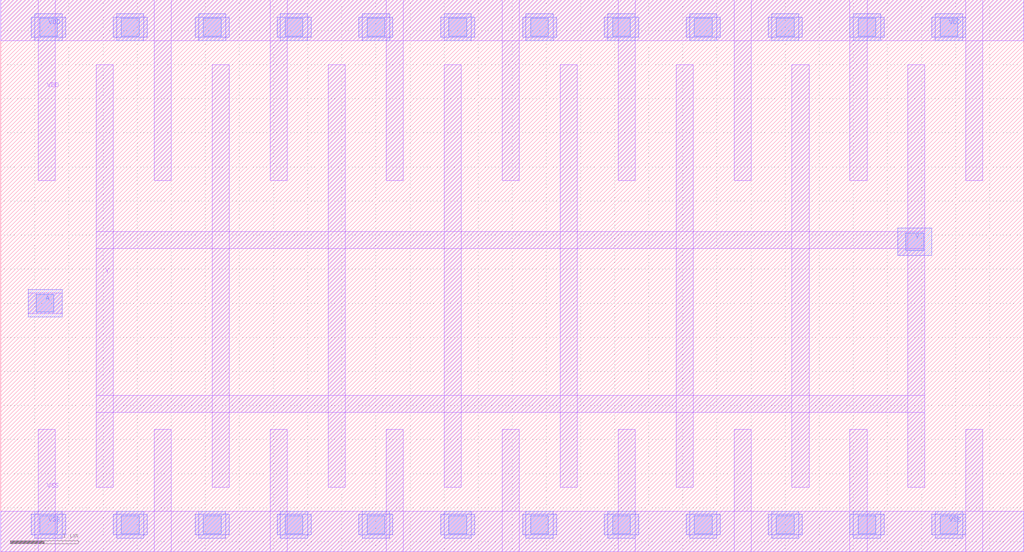
<source format=lef>
# Copyright 2022 Google LLC
# Licensed under the Apache License, Version 2.0 (the "License");
# you may not use this file except in compliance with the License.
# You may obtain a copy of the License at
#
#      http://www.apache.org/licenses/LICENSE-2.0
#
# Unless required by applicable law or agreed to in writing, software
# distributed under the License is distributed on an "AS IS" BASIS,
# WITHOUT WARRANTIES OR CONDITIONS OF ANY KIND, either express or implied.
# See the License for the specific language governing permissions and
# limitations under the License.
VERSION 5.7 ;
BUSBITCHARS "[]" ;
DIVIDERCHAR "/" ;

MACRO gf180mcu_osu_sc_12T_clkinv_16
  CLASS CORE ;
  ORIGIN 0 0.15 ;
  FOREIGN gf180mcu_osu_sc_12T_clkinv_16 0 -0.15 ;
  SIZE 15 BY 8.1 ;
  SYMMETRY X Y ;
  SITE GF018hv5v_mcu_sc7 ;
  PIN A
    DIRECTION INPUT ;
    USE SIGNAL ;
    PORT
      LAYER MET1 ;
        RECT 0.4 3.35 0.9 3.65 ;
      LAYER MET2 ;
        RECT 0.4 3.3 0.9 3.7 ;
      LAYER VIA12 ;
        RECT 0.52 3.37 0.78 3.63 ;
    END
  END A
  PIN VDD
    DIRECTION INOUT ;
    USE POWER ;
    SHAPE ABUTMENT ;
    PORT
      LAYER MET1 ;
        RECT 0 7.35 15 7.95 ;
        RECT 14.15 5.3 14.4 7.95 ;
        RECT 12.45 5.3 12.7 7.95 ;
        RECT 10.75 5.3 11 7.95 ;
        RECT 9.05 5.3 9.3 7.95 ;
        RECT 7.35 5.3 7.6 7.95 ;
        RECT 5.65 5.3 5.9 7.95 ;
        RECT 3.95 5.3 4.2 7.95 ;
        RECT 2.25 5.3 2.5 7.95 ;
        RECT 0.55 5.3 0.8 7.95 ;
      LAYER MET2 ;
        RECT 13.65 7.4 14.15 7.7 ;
        RECT 13.7 7.35 14.1 7.75 ;
        RECT 12.45 7.4 12.95 7.7 ;
        RECT 12.5 7.35 12.9 7.75 ;
        RECT 11.25 7.4 11.75 7.7 ;
        RECT 11.3 7.35 11.7 7.75 ;
        RECT 10.05 7.4 10.55 7.7 ;
        RECT 10.1 7.35 10.5 7.75 ;
        RECT 8.85 7.4 9.35 7.7 ;
        RECT 8.9 7.35 9.3 7.75 ;
        RECT 7.65 7.4 8.15 7.7 ;
        RECT 7.7 7.35 8.1 7.75 ;
        RECT 6.45 7.4 6.95 7.7 ;
        RECT 6.5 7.35 6.9 7.75 ;
        RECT 5.25 7.4 5.75 7.7 ;
        RECT 5.3 7.35 5.7 7.75 ;
        RECT 4.05 7.4 4.55 7.7 ;
        RECT 4.1 7.35 4.5 7.75 ;
        RECT 2.85 7.4 3.35 7.7 ;
        RECT 2.9 7.35 3.3 7.75 ;
        RECT 1.65 7.4 2.15 7.7 ;
        RECT 1.7 7.35 2.1 7.75 ;
        RECT 0.45 7.4 0.95 7.7 ;
        RECT 0.5 7.35 0.9 7.75 ;
      LAYER VIA12 ;
        RECT 0.57 7.42 0.83 7.68 ;
        RECT 1.77 7.42 2.03 7.68 ;
        RECT 2.97 7.42 3.23 7.68 ;
        RECT 4.17 7.42 4.43 7.68 ;
        RECT 5.37 7.42 5.63 7.68 ;
        RECT 6.57 7.42 6.83 7.68 ;
        RECT 7.77 7.42 8.03 7.68 ;
        RECT 8.97 7.42 9.23 7.68 ;
        RECT 10.17 7.42 10.43 7.68 ;
        RECT 11.37 7.42 11.63 7.68 ;
        RECT 12.57 7.42 12.83 7.68 ;
        RECT 13.77 7.42 14.03 7.68 ;
    END
  END VDD
  PIN VSS
    DIRECTION INOUT ;
    USE GROUND ;
    PORT
      LAYER MET1 ;
        RECT 0 -0.15 15 0.45 ;
        RECT 14.15 -0.15 14.4 1.65 ;
        RECT 12.45 -0.15 12.7 1.65 ;
        RECT 10.75 -0.15 11 1.65 ;
        RECT 9.05 -0.15 9.3 1.65 ;
        RECT 7.35 -0.15 7.6 1.65 ;
        RECT 5.65 -0.15 5.9 1.65 ;
        RECT 3.95 -0.15 4.2 1.65 ;
        RECT 2.25 -0.15 2.5 1.65 ;
        RECT 0.55 -0.15 0.8 1.65 ;
      LAYER MET2 ;
        RECT 13.65 0.1 14.15 0.4 ;
        RECT 13.7 0.05 14.1 0.45 ;
        RECT 12.45 0.1 12.95 0.4 ;
        RECT 12.5 0.05 12.9 0.45 ;
        RECT 11.25 0.1 11.75 0.4 ;
        RECT 11.3 0.05 11.7 0.45 ;
        RECT 10.05 0.1 10.55 0.4 ;
        RECT 10.1 0.05 10.5 0.45 ;
        RECT 8.85 0.1 9.35 0.4 ;
        RECT 8.9 0.05 9.3 0.45 ;
        RECT 7.65 0.1 8.15 0.4 ;
        RECT 7.7 0.05 8.1 0.45 ;
        RECT 6.45 0.1 6.95 0.4 ;
        RECT 6.5 0.05 6.9 0.45 ;
        RECT 5.25 0.1 5.75 0.4 ;
        RECT 5.3 0.05 5.7 0.45 ;
        RECT 4.05 0.1 4.55 0.4 ;
        RECT 4.1 0.05 4.5 0.45 ;
        RECT 2.85 0.1 3.35 0.4 ;
        RECT 2.9 0.05 3.3 0.45 ;
        RECT 1.65 0.1 2.15 0.4 ;
        RECT 1.7 0.05 2.1 0.45 ;
        RECT 0.45 0.1 0.95 0.4 ;
        RECT 0.5 0.05 0.9 0.45 ;
      LAYER VIA12 ;
        RECT 0.57 0.12 0.83 0.38 ;
        RECT 1.77 0.12 2.03 0.38 ;
        RECT 2.97 0.12 3.23 0.38 ;
        RECT 4.17 0.12 4.43 0.38 ;
        RECT 5.37 0.12 5.63 0.38 ;
        RECT 6.57 0.12 6.83 0.38 ;
        RECT 7.77 0.12 8.03 0.38 ;
        RECT 8.97 0.12 9.23 0.38 ;
        RECT 10.17 0.12 10.43 0.38 ;
        RECT 11.37 0.12 11.63 0.38 ;
        RECT 12.57 0.12 12.83 0.38 ;
        RECT 13.77 0.12 14.03 0.38 ;
    END
  END VSS
  PIN Y
    DIRECTION OUTPUT ;
    USE SIGNAL ;
    PORT
      LAYER MET1 ;
        RECT 13.3 0.8 13.55 7 ;
        RECT 1.4 4.3 13.55 4.55 ;
        RECT 13.15 4.2 13.55 4.55 ;
        RECT 1.4 1.9 13.55 2.15 ;
        RECT 11.6 0.8 11.85 7 ;
        RECT 9.9 0.8 10.15 7 ;
        RECT 8.2 0.8 8.45 7 ;
        RECT 6.5 0.8 6.75 7 ;
        RECT 4.8 0.8 5.05 7 ;
        RECT 3.1 0.8 3.35 7 ;
        RECT 1.4 0.8 1.65 7 ;
      LAYER MET2 ;
        RECT 13.15 4.2 13.65 4.6 ;
      LAYER VIA12 ;
        RECT 13.27 4.27 13.53 4.53 ;
    END
  END Y
END gf180mcu_osu_sc_12T_clkinv_16

</source>
